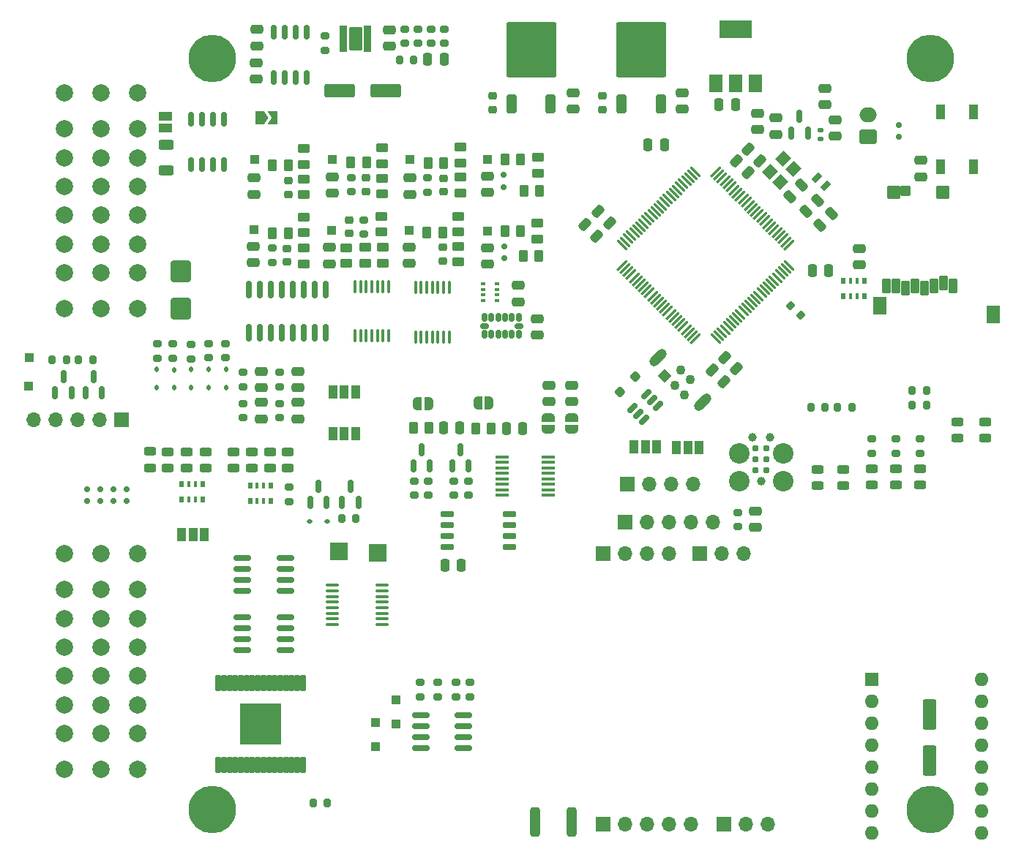
<source format=gbr>
%TF.GenerationSoftware,KiCad,Pcbnew,8.0.0~rc2*%
%TF.CreationDate,2024-03-12T18:06:46-03:00*%
%TF.ProjectId,hw_v1,68775f76-312e-46b6-9963-61645f706362,rev?*%
%TF.SameCoordinates,Original*%
%TF.FileFunction,Soldermask,Top*%
%TF.FilePolarity,Negative*%
%FSLAX46Y46*%
G04 Gerber Fmt 4.6, Leading zero omitted, Abs format (unit mm)*
G04 Created by KiCad (PCBNEW 8.0.0~rc2) date 2024-03-12 18:06:46*
%MOMM*%
%LPD*%
G01*
G04 APERTURE LIST*
G04 Aperture macros list*
%AMRoundRect*
0 Rectangle with rounded corners*
0 $1 Rounding radius*
0 $2 $3 $4 $5 $6 $7 $8 $9 X,Y pos of 4 corners*
0 Add a 4 corners polygon primitive as box body*
4,1,4,$2,$3,$4,$5,$6,$7,$8,$9,$2,$3,0*
0 Add four circle primitives for the rounded corners*
1,1,$1+$1,$2,$3*
1,1,$1+$1,$4,$5*
1,1,$1+$1,$6,$7*
1,1,$1+$1,$8,$9*
0 Add four rect primitives between the rounded corners*
20,1,$1+$1,$2,$3,$4,$5,0*
20,1,$1+$1,$4,$5,$6,$7,0*
20,1,$1+$1,$6,$7,$8,$9,0*
20,1,$1+$1,$8,$9,$2,$3,0*%
%AMHorizOval*
0 Thick line with rounded ends*
0 $1 width*
0 $2 $3 position (X,Y) of the first rounded end (center of the circle)*
0 $4 $5 position (X,Y) of the second rounded end (center of the circle)*
0 Add line between two ends*
20,1,$1,$2,$3,$4,$5,0*
0 Add two circle primitives to create the rounded ends*
1,1,$1,$2,$3*
1,1,$1,$4,$5*%
%AMRotRect*
0 Rectangle, with rotation*
0 The origin of the aperture is its center*
0 $1 length*
0 $2 width*
0 $3 Rotation angle, in degrees counterclockwise*
0 Add horizontal line*
21,1,$1,$2,0,0,$3*%
%AMFreePoly0*
4,1,19,0.000000,0.744911,0.071157,0.744911,0.207708,0.704816,0.327430,0.627875,0.420627,0.520320,0.479746,0.390866,0.500000,0.250000,0.500000,-0.250000,0.479746,-0.390866,0.420627,-0.520320,0.327430,-0.627875,0.207708,-0.704816,0.071157,-0.744911,0.000000,-0.744911,0.000000,-0.750000,-0.500000,-0.750000,-0.500000,0.750000,0.000000,0.750000,0.000000,0.744911,0.000000,0.744911,
$1*%
%AMFreePoly1*
4,1,19,0.500000,-0.750000,0.000000,-0.750000,0.000000,-0.744911,-0.071157,-0.744911,-0.207708,-0.704816,-0.327430,-0.627875,-0.420627,-0.520320,-0.479746,-0.390866,-0.500000,-0.250000,-0.500000,0.250000,-0.479746,0.390866,-0.420627,0.520320,-0.327430,0.627875,-0.207708,0.704816,-0.071157,0.744911,0.000000,0.744911,0.000000,0.750000,0.500000,0.750000,0.500000,-0.750000,0.500000,-0.750000,
$1*%
%AMFreePoly2*
4,1,6,0.500000,-0.750000,-0.650000,-0.750000,-0.150000,0.000000,-0.650000,0.750000,0.500000,0.750000,0.500000,-0.750000,0.500000,-0.750000,$1*%
%AMFreePoly3*
4,1,6,1.000000,0.000000,0.500000,-0.750000,-0.500000,-0.750000,-0.500000,0.750000,0.500000,0.750000,1.000000,0.000000,1.000000,0.000000,$1*%
G04 Aperture macros list end*
%ADD10RoundRect,0.102000X-0.650000X-1.250000X0.650000X-1.250000X0.650000X1.250000X-0.650000X1.250000X0*%
%ADD11RoundRect,0.022700X-0.389300X-0.204300X0.389300X-0.204300X0.389300X0.204300X-0.389300X0.204300X0*%
%ADD12RoundRect,0.250000X0.450000X-0.262500X0.450000X0.262500X-0.450000X0.262500X-0.450000X-0.262500X0*%
%ADD13RoundRect,0.250000X0.262500X0.450000X-0.262500X0.450000X-0.262500X-0.450000X0.262500X-0.450000X0*%
%ADD14RoundRect,0.200000X0.275000X-0.200000X0.275000X0.200000X-0.275000X0.200000X-0.275000X-0.200000X0*%
%ADD15RoundRect,0.200000X-0.275000X0.200000X-0.275000X-0.200000X0.275000X-0.200000X0.275000X0.200000X0*%
%ADD16RoundRect,0.200000X0.200000X0.275000X-0.200000X0.275000X-0.200000X-0.275000X0.200000X-0.275000X0*%
%ADD17RoundRect,0.150000X-0.200000X0.150000X-0.200000X-0.150000X0.200000X-0.150000X0.200000X0.150000X0*%
%ADD18RoundRect,0.243750X-0.456250X0.243750X-0.456250X-0.243750X0.456250X-0.243750X0.456250X0.243750X0*%
%ADD19RoundRect,0.250000X0.475000X-0.250000X0.475000X0.250000X-0.475000X0.250000X-0.475000X-0.250000X0*%
%ADD20RoundRect,0.150000X0.150000X-0.587500X0.150000X0.587500X-0.150000X0.587500X-0.150000X-0.587500X0*%
%ADD21RoundRect,0.225000X-0.250000X0.225000X-0.250000X-0.225000X0.250000X-0.225000X0.250000X0.225000X0*%
%ADD22R,1.600000X0.410000*%
%ADD23C,2.000000*%
%ADD24R,1.000000X1.500000*%
%ADD25RoundRect,0.250000X-0.475000X0.250000X-0.475000X-0.250000X0.475000X-0.250000X0.475000X0.250000X0*%
%ADD26RoundRect,0.150000X0.825000X0.150000X-0.825000X0.150000X-0.825000X-0.150000X0.825000X-0.150000X0*%
%ADD27R,2.000000X2.000000*%
%ADD28RotRect,1.400000X1.200000X45.000000*%
%ADD29RoundRect,0.100000X0.100000X-0.637500X0.100000X0.637500X-0.100000X0.637500X-0.100000X-0.637500X0*%
%ADD30O,1.600000X1.600000*%
%ADD31R,1.600000X1.600000*%
%ADD32R,1.000000X1.000000*%
%ADD33RoundRect,0.112500X-0.112500X0.187500X-0.112500X-0.187500X0.112500X-0.187500X0.112500X0.187500X0*%
%ADD34RoundRect,0.250000X0.512652X0.159099X0.159099X0.512652X-0.512652X-0.159099X-0.159099X-0.512652X0*%
%ADD35RoundRect,0.250000X-0.512652X-0.159099X-0.159099X-0.512652X0.512652X0.159099X0.159099X0.512652X0*%
%ADD36O,1.700000X1.700000*%
%ADD37R,1.700000X1.700000*%
%ADD38FreePoly0,90.000000*%
%ADD39FreePoly1,90.000000*%
%ADD40RoundRect,0.225000X0.250000X-0.225000X0.250000X0.225000X-0.250000X0.225000X-0.250000X-0.225000X0*%
%ADD41RoundRect,0.250000X-0.450000X0.262500X-0.450000X-0.262500X0.450000X-0.262500X0.450000X0.262500X0*%
%ADD42RoundRect,0.250000X-0.312500X-1.450000X0.312500X-1.450000X0.312500X1.450000X-0.312500X1.450000X0*%
%ADD43RoundRect,0.250000X0.000000X-0.353553X0.353553X0.000000X0.000000X0.353553X-0.353553X0.000000X0*%
%ADD44R,0.500000X0.800000*%
%ADD45R,0.400000X0.800000*%
%ADD46RoundRect,0.250000X0.250000X0.475000X-0.250000X0.475000X-0.250000X-0.475000X0.250000X-0.475000X0*%
%ADD47RoundRect,0.150000X0.256326X0.468458X-0.468458X-0.256326X-0.256326X-0.468458X0.468458X0.256326X0*%
%ADD48RoundRect,0.250000X-0.250000X-0.475000X0.250000X-0.475000X0.250000X0.475000X-0.250000X0.475000X0*%
%ADD49RoundRect,0.140000X-0.170000X0.140000X-0.170000X-0.140000X0.170000X-0.140000X0.170000X0.140000X0*%
%ADD50RoundRect,0.200000X-0.200000X-0.275000X0.200000X-0.275000X0.200000X0.275000X-0.200000X0.275000X0*%
%ADD51C,5.500000*%
%ADD52RotRect,0.600000X1.100000X315.000000*%
%ADD53RoundRect,0.150000X0.150000X-0.675000X0.150000X0.675000X-0.150000X0.675000X-0.150000X-0.675000X0*%
%ADD54FreePoly0,180.000000*%
%ADD55FreePoly1,180.000000*%
%ADD56RoundRect,0.200000X-0.335876X-0.053033X-0.053033X-0.335876X0.335876X0.053033X0.053033X0.335876X0*%
%ADD57RoundRect,0.150000X0.650000X0.150000X-0.650000X0.150000X-0.650000X-0.150000X0.650000X-0.150000X0*%
%ADD58RoundRect,0.112500X-0.187500X-0.112500X0.187500X-0.112500X0.187500X0.112500X-0.187500X0.112500X0*%
%ADD59RoundRect,0.250000X0.159099X-0.512652X0.512652X-0.159099X-0.159099X0.512652X-0.512652X0.159099X0*%
%ADD60RoundRect,0.250000X-1.500000X-0.550000X1.500000X-0.550000X1.500000X0.550000X-1.500000X0.550000X0*%
%ADD61C,0.787400*%
%ADD62C,0.990600*%
%ADD63C,2.374900*%
%ADD64HorizOval,1.100000X-0.459619X-0.459619X0.459619X0.459619X0*%
%ADD65C,1.100000*%
%ADD66RotRect,1.100000X1.100000X315.000000*%
%ADD67RoundRect,0.250000X-0.262500X-0.450000X0.262500X-0.450000X0.262500X0.450000X-0.262500X0.450000X0*%
%ADD68RoundRect,0.102000X2.300000X-2.300000X2.300000X2.300000X-2.300000X2.300000X-2.300000X-2.300000X0*%
%ADD69RoundRect,0.102000X0.240000X-0.800000X0.240000X0.800000X-0.240000X0.800000X-0.240000X-0.800000X0*%
%ADD70RoundRect,0.250000X0.900000X-1.000000X0.900000X1.000000X-0.900000X1.000000X-0.900000X-1.000000X0*%
%ADD71RoundRect,0.250000X0.350000X-0.850000X0.350000X0.850000X-0.350000X0.850000X-0.350000X-0.850000X0*%
%ADD72RoundRect,0.249997X2.650003X-2.950003X2.650003X2.950003X-2.650003X2.950003X-2.650003X-2.950003X0*%
%ADD73R,1.000000X1.700000*%
%ADD74RoundRect,0.075000X-0.459619X0.565685X-0.565685X0.459619X0.459619X-0.565685X0.565685X-0.459619X0*%
%ADD75RoundRect,0.075000X0.459619X0.565685X-0.565685X-0.459619X-0.459619X-0.565685X0.565685X0.459619X0*%
%ADD76FreePoly2,0.000000*%
%ADD77FreePoly3,0.000000*%
%ADD78RoundRect,0.250000X-0.300000X0.300000X-0.300000X-0.300000X0.300000X-0.300000X0.300000X0.300000X0*%
%ADD79RoundRect,0.150000X0.325000X-0.150000X0.325000X0.150000X-0.325000X0.150000X-0.325000X-0.150000X0*%
%ADD80RoundRect,0.150000X0.150000X-0.325000X0.150000X0.325000X-0.150000X0.325000X-0.150000X-0.325000X0*%
%ADD81RoundRect,0.100000X0.637500X0.100000X-0.637500X0.100000X-0.637500X-0.100000X0.637500X-0.100000X0*%
%ADD82R,1.500000X2.000000*%
%ADD83R,3.800000X2.000000*%
%ADD84O,2.000000X1.700000*%
%ADD85RoundRect,0.250000X0.750000X-0.600000X0.750000X0.600000X-0.750000X0.600000X-0.750000X-0.600000X0*%
%ADD86RoundRect,0.076200X-0.475000X0.500000X-0.475000X-0.500000X0.475000X-0.500000X0.475000X0.500000X0*%
%ADD87RoundRect,0.076200X0.700000X-0.950000X0.700000X0.950000X-0.700000X0.950000X-0.700000X-0.950000X0*%
%ADD88RoundRect,0.076200X0.650000X0.700000X-0.650000X0.700000X-0.650000X-0.700000X0.650000X-0.700000X0*%
%ADD89RoundRect,0.076200X0.400000X-0.750000X0.400000X0.750000X-0.400000X0.750000X-0.400000X-0.750000X0*%
%ADD90RoundRect,0.150000X-0.150000X0.850000X-0.150000X-0.850000X0.150000X-0.850000X0.150000X0.850000X0*%
%ADD91RoundRect,0.250000X0.550000X-1.500000X0.550000X1.500000X-0.550000X1.500000X-0.550000X-1.500000X0*%
%ADD92RoundRect,0.150000X0.200000X-0.150000X0.200000X0.150000X-0.200000X0.150000X-0.200000X-0.150000X0*%
%ADD93RoundRect,0.250000X-0.625000X0.312500X-0.625000X-0.312500X0.625000X-0.312500X0.625000X0.312500X0*%
%ADD94R,1.500000X1.000000*%
%ADD95R,0.500000X0.350000*%
%ADD96RoundRect,0.150000X-0.150000X0.675000X-0.150000X-0.675000X0.150000X-0.675000X0.150000X0.675000X0*%
G04 APERTURE END LIST*
D10*
%TO.C,U12*%
X91116800Y-56544400D03*
D11*
X92506800Y-55294400D03*
X92506800Y-55794400D03*
X92506800Y-56294400D03*
X92506800Y-56794400D03*
X92506800Y-57294400D03*
X92506800Y-57794400D03*
X89726800Y-57794400D03*
X89726800Y-57294400D03*
X89726800Y-56794400D03*
X89726800Y-56294400D03*
X89726800Y-55794400D03*
X89726800Y-55294400D03*
%TD*%
D12*
%TO.C,R30*%
X92225000Y-80687500D03*
X92225000Y-82512500D03*
%TD*%
D13*
%TO.C,R29*%
X81486300Y-79111600D03*
X83311300Y-79111600D03*
%TD*%
%TO.C,R28*%
X99362500Y-78968050D03*
X101187500Y-78968050D03*
%TD*%
%TO.C,R20*%
X90537500Y-70875000D03*
X92362500Y-70875000D03*
%TD*%
%TO.C,R19*%
X81509500Y-71198250D03*
X83334500Y-71198250D03*
%TD*%
%TO.C,R18*%
X99487500Y-70950000D03*
X101312500Y-70950000D03*
%TD*%
D14*
%TO.C,R5*%
X78100000Y-98775000D03*
X78100000Y-100425000D03*
%TD*%
D15*
%TO.C,R4*%
X82300000Y-96825000D03*
X82300000Y-95175000D03*
%TD*%
D14*
%TO.C,R3*%
X82300000Y-98775000D03*
X82300000Y-100425000D03*
%TD*%
D15*
%TO.C,R2*%
X78100000Y-96825000D03*
X78100000Y-95175000D03*
%TD*%
D16*
%TO.C,R1*%
X86175000Y-145000000D03*
X87825000Y-145000000D03*
%TD*%
D17*
%TO.C,D11*%
X60025000Y-108675000D03*
X60025000Y-110075000D03*
%TD*%
%TO.C,D8*%
X61575000Y-108675000D03*
X61575000Y-110075000D03*
%TD*%
%TO.C,D6*%
X63125000Y-108675000D03*
X63125000Y-110075000D03*
%TD*%
%TO.C,D3*%
X64650000Y-108675000D03*
X64650000Y-110075000D03*
%TD*%
D12*
%TO.C,R40*%
X94100000Y-77087500D03*
X94100000Y-78912500D03*
%TD*%
D18*
%TO.C,D26*%
X156405075Y-108189748D03*
X156405075Y-106314746D03*
%TD*%
D14*
%TO.C,R9*%
X102500000Y-107775000D03*
X102500000Y-109425000D03*
%TD*%
D19*
%TO.C,C34*%
X146575000Y-65950001D03*
X146575000Y-67849999D03*
%TD*%
%TO.C,C4*%
X84400000Y-95050001D03*
X84400000Y-96949999D03*
%TD*%
D20*
%TO.C,Q5*%
X90500000Y-108362499D03*
X91450000Y-110237500D03*
X89550000Y-110237500D03*
%TD*%
D21*
%TO.C,C17*%
X83325000Y-74550000D03*
X83325000Y-73000000D03*
%TD*%
D18*
%TO.C,D23*%
X163920000Y-102764674D03*
X163920000Y-100889672D03*
%TD*%
D22*
%TO.C,U4*%
X113354300Y-104977500D03*
X113354301Y-105612500D03*
X113354300Y-106247500D03*
X113354300Y-106882500D03*
X113354300Y-107517500D03*
X113354300Y-108152500D03*
X113354301Y-108787500D03*
X113354300Y-109422500D03*
X108045700Y-109422500D03*
X108045699Y-108787500D03*
X108045700Y-108152500D03*
X108045700Y-107517500D03*
X108045700Y-106882500D03*
X108045700Y-106247500D03*
X108045699Y-105612500D03*
X108045700Y-104977500D03*
%TD*%
D14*
%TO.C,R61*%
X74109320Y-91852500D03*
X74109320Y-93502500D03*
%TD*%
D23*
%TO.C,J13*%
X57467600Y-62836000D03*
X57467600Y-66986000D03*
X57467600Y-70316000D03*
X57467600Y-73646000D03*
X57467600Y-76976000D03*
X57467600Y-80306000D03*
X57467600Y-83636000D03*
X57467600Y-87786000D03*
X61667600Y-62836000D03*
X61667600Y-66986000D03*
X61667600Y-70316000D03*
X61667600Y-73646000D03*
X61667600Y-76976000D03*
X61667600Y-80306000D03*
X61667600Y-83636000D03*
X61667600Y-87786000D03*
X65867600Y-62836000D03*
X65867600Y-66986000D03*
X65867600Y-70316000D03*
X65867600Y-73646000D03*
X65867600Y-76976000D03*
X65867600Y-80306000D03*
X65867600Y-83636000D03*
X65867600Y-87786000D03*
%TD*%
D24*
%TO.C,JP13*%
X73600000Y-113957500D03*
X72300000Y-113957500D03*
X71000000Y-113957500D03*
%TD*%
D25*
%TO.C,C25*%
X137340000Y-113149999D03*
X137340000Y-111250001D03*
%TD*%
D19*
%TO.C,C3*%
X80200000Y-98650001D03*
X80200000Y-100549999D03*
%TD*%
D26*
%TO.C,U3*%
X78025000Y-120505000D03*
X78025000Y-119235000D03*
X78025000Y-117965000D03*
X78025000Y-116695000D03*
X82975000Y-116695000D03*
X82975000Y-117965000D03*
X82975000Y-119235000D03*
X82975000Y-120505000D03*
%TD*%
D14*
%TO.C,R54*%
X83400000Y-108475000D03*
X83400000Y-110125000D03*
%TD*%
D27*
%TO.C,J11*%
X89150000Y-115925000D03*
%TD*%
D19*
%TO.C,C22*%
X79300000Y-80600000D03*
X79300000Y-82500000D03*
%TD*%
D28*
%TO.C,Y2*%
X139021142Y-71976777D03*
X140576777Y-70421142D03*
X141778858Y-71623223D03*
X140223223Y-73178858D03*
%TD*%
D26*
%TO.C,U2*%
X78025000Y-127305000D03*
X78025000Y-126035000D03*
X78025000Y-124765000D03*
X78025000Y-123495000D03*
X82975000Y-123495000D03*
X82975000Y-124765000D03*
X82975000Y-126035000D03*
X82975000Y-127305000D03*
%TD*%
D12*
%TO.C,R41*%
X94200000Y-69187500D03*
X94200000Y-71012500D03*
%TD*%
D21*
%TO.C,C18*%
X92350000Y-74225000D03*
X92350000Y-72675000D03*
%TD*%
%TO.C,C24*%
X101200000Y-82275000D03*
X101200000Y-80725000D03*
%TD*%
D12*
%TO.C,R33*%
X85100000Y-80787500D03*
X85100000Y-82612500D03*
%TD*%
D19*
%TO.C,C53*%
X79654400Y-55488801D03*
X79654400Y-57388799D03*
%TD*%
D29*
%TO.C,U7*%
X98050000Y-85337500D03*
X98700000Y-85337500D03*
X99350000Y-85337500D03*
X100000000Y-85337500D03*
X100650000Y-85337500D03*
X101300000Y-85337500D03*
X101950000Y-85337500D03*
X101950000Y-91062500D03*
X101300000Y-91062500D03*
X100650000Y-91062500D03*
X100000000Y-91062500D03*
X99350000Y-91062500D03*
X98700000Y-91062500D03*
X98050000Y-91062500D03*
%TD*%
D30*
%TO.C,A1*%
X163505600Y-130683000D03*
X163505600Y-133223000D03*
X163505600Y-135763000D03*
X163505600Y-138303000D03*
X163505600Y-140843000D03*
X163505600Y-143383000D03*
X163505600Y-145923000D03*
X163505600Y-148463000D03*
X150805600Y-148463000D03*
X150805600Y-145923000D03*
X150805600Y-143383000D03*
X150805600Y-140843000D03*
X150805600Y-138303000D03*
X150805600Y-135763000D03*
X150805600Y-133223000D03*
D31*
X150805600Y-130683000D03*
%TD*%
D14*
%TO.C,R59*%
X70000000Y-91875000D03*
X70000000Y-93525000D03*
%TD*%
D19*
%TO.C,C1*%
X84400000Y-98650001D03*
X84400000Y-100549999D03*
%TD*%
D32*
%TO.C,TP17*%
X106400000Y-78800000D03*
%TD*%
D33*
%TO.C,D32*%
X70090680Y-96972500D03*
X70090680Y-94872500D03*
%TD*%
D34*
%TO.C,C39*%
X117628249Y-78028249D03*
X118971751Y-79371751D03*
%TD*%
D35*
%TO.C,C33*%
X135171751Y-94771751D03*
X133828249Y-93428249D03*
%TD*%
D36*
%TO.C,J2*%
X129885000Y-147500000D03*
X127345000Y-147500000D03*
X124804999Y-147500000D03*
X122265000Y-147500000D03*
D37*
X119725000Y-147500000D03*
%TD*%
D14*
%TO.C,R43*%
X153600000Y-102875000D03*
X153600000Y-104525000D03*
%TD*%
D38*
%TO.C,JP12*%
X116100000Y-100450001D03*
D39*
X116100000Y-101749999D03*
%TD*%
D40*
%TO.C,C48*%
X119690800Y-63180000D03*
X119690800Y-64730000D03*
%TD*%
D25*
%TO.C,C19*%
X106400000Y-82649999D03*
X106400000Y-80750001D03*
%TD*%
D41*
%TO.C,R46*%
X85150000Y-74612500D03*
X85150000Y-72787500D03*
%TD*%
D17*
%TO.C,D16*%
X108300000Y-80584090D03*
X108300000Y-81984090D03*
%TD*%
D14*
%TO.C,R10*%
X99500000Y-107775000D03*
X99500000Y-109425000D03*
%TD*%
D42*
%TO.C,F1*%
X116137500Y-147200000D03*
X111862500Y-147200000D03*
%TD*%
D41*
%TO.C,R36*%
X94200000Y-74512500D03*
X94200000Y-72687500D03*
%TD*%
D19*
%TO.C,C44*%
X139700000Y-65725000D03*
X139700000Y-67625000D03*
%TD*%
D36*
%TO.C,J14*%
X130140001Y-108100000D03*
X127600000Y-108100000D03*
X125060001Y-108100000D03*
D37*
X122520001Y-108100000D03*
%TD*%
D43*
%TO.C,D19*%
X123477293Y-95700207D03*
X121709527Y-97467973D03*
%TD*%
D19*
%TO.C,C13*%
X88437800Y-72551600D03*
X88437800Y-74451600D03*
%TD*%
D44*
%TO.C,RN1*%
X73400000Y-109900000D03*
D45*
X72600000Y-109900000D03*
X71800000Y-109900000D03*
D44*
X71000000Y-109900000D03*
X71000000Y-108100000D03*
D45*
X71800000Y-108100000D03*
X72600000Y-108100000D03*
D44*
X73400000Y-108100000D03*
%TD*%
D46*
%TO.C,C9*%
X133150001Y-64200000D03*
X135049999Y-64200000D03*
%TD*%
D19*
%TO.C,C50*%
X109950000Y-85100001D03*
X109950000Y-86999999D03*
%TD*%
D33*
%TO.C,D34*%
X74100000Y-96950000D03*
X74100000Y-94850000D03*
%TD*%
D47*
%TO.C,U17*%
X124467417Y-100676085D03*
X123795666Y-100004334D03*
X123123915Y-99332583D03*
X124732583Y-97723915D03*
X125404334Y-98395666D03*
X126076085Y-99067417D03*
%TD*%
D18*
%TO.C,D2*%
X83280000Y-106237501D03*
X83280000Y-104362499D03*
%TD*%
D32*
%TO.C,TP10*%
X79400000Y-70500000D03*
%TD*%
D18*
%TO.C,D12*%
X67305000Y-106217500D03*
X67305000Y-104342498D03*
%TD*%
D15*
%TO.C,R14*%
X99450000Y-74325000D03*
X99450000Y-72675000D03*
%TD*%
D48*
%TO.C,C6*%
X110449999Y-101700000D03*
X108550001Y-101700000D03*
%TD*%
D20*
%TO.C,Q6*%
X86800000Y-108362499D03*
X87750000Y-110237500D03*
X85850000Y-110237500D03*
%TD*%
D14*
%TO.C,R64*%
X99872800Y-55449200D03*
X99872800Y-57099200D03*
%TD*%
D19*
%TO.C,C45*%
X145400000Y-62275000D03*
X145400000Y-64175000D03*
%TD*%
D49*
%TO.C,C46*%
X144925000Y-68130000D03*
X144925000Y-67170000D03*
%TD*%
D50*
%TO.C,R69*%
X60705000Y-93720000D03*
X59055000Y-93720000D03*
%TD*%
D19*
%TO.C,C21*%
X97322000Y-80685051D03*
X97322000Y-82585049D03*
%TD*%
D51*
%TO.C,REF\u002A\u002A*%
X74573600Y-58801000D03*
%TD*%
D34*
%TO.C,C42*%
X135128249Y-70728249D03*
X136471751Y-72071751D03*
%TD*%
D18*
%TO.C,D22*%
X160727174Y-102764674D03*
X160727174Y-100889672D03*
%TD*%
D13*
%TO.C,R23*%
X110587500Y-74200000D03*
X112412500Y-74200000D03*
%TD*%
D18*
%TO.C,D9*%
X69405000Y-106237500D03*
X69405000Y-104362498D03*
%TD*%
D14*
%TO.C,R44*%
X156400000Y-102875000D03*
X156400000Y-104525000D03*
%TD*%
D48*
%TO.C,C37*%
X103349999Y-117500000D03*
X101450001Y-117500000D03*
%TD*%
D52*
%TO.C,Y1*%
X145494975Y-73594975D03*
X144505025Y-72605025D03*
%TD*%
D16*
%TO.C,R37*%
X155475000Y-99010000D03*
X157125000Y-99010000D03*
%TD*%
D15*
%TO.C,R25*%
X81450000Y-82450000D03*
X81450000Y-80800000D03*
%TD*%
D20*
%TO.C,Q4*%
X60820000Y-95642499D03*
X61770000Y-97517500D03*
X59870000Y-97517500D03*
%TD*%
D53*
%TO.C,Q3*%
X81661000Y-55795000D03*
X82931000Y-55795000D03*
X84201000Y-55795000D03*
X85471000Y-55795000D03*
X85471000Y-61045000D03*
X84201000Y-61045000D03*
X82931000Y-61045000D03*
X81661000Y-61045000D03*
%TD*%
D18*
%TO.C,D20*%
X144525075Y-108289748D03*
X144525075Y-106414746D03*
%TD*%
D54*
%TO.C,JP4*%
X105250001Y-98700000D03*
D55*
X106549999Y-98700000D03*
%TD*%
D56*
%TO.C,R27*%
X142583363Y-88583363D03*
X141416637Y-87416637D03*
%TD*%
D12*
%TO.C,R45*%
X103200000Y-72587500D03*
X103200000Y-74412500D03*
%TD*%
D18*
%TO.C,D7*%
X79080000Y-106237501D03*
X79080000Y-104362499D03*
%TD*%
D44*
%TO.C,RN3*%
X147530000Y-84580000D03*
D45*
X148330000Y-84580000D03*
X149130000Y-84580000D03*
D44*
X149930000Y-84580000D03*
X149930000Y-86380000D03*
D45*
X149130000Y-86380000D03*
X148330000Y-86380000D03*
D44*
X147530000Y-86380000D03*
%TD*%
D57*
%TO.C,U15*%
X101700000Y-115405000D03*
X101700000Y-114135000D03*
X101700000Y-112865000D03*
X101700000Y-111595000D03*
X108900000Y-111595000D03*
X108900000Y-112865000D03*
X108900000Y-114135000D03*
X108900000Y-115405000D03*
%TD*%
D58*
%TO.C,D28*%
X87850000Y-112400000D03*
X85750000Y-112400000D03*
%TD*%
D59*
%TO.C,C40*%
X144571751Y-75228249D03*
X143228249Y-76571751D03*
%TD*%
D32*
%TO.C,TP20*%
X53300000Y-96800000D03*
%TD*%
D33*
%TO.C,D33*%
X72100000Y-96950000D03*
X72100000Y-94850000D03*
%TD*%
D60*
%TO.C,C55*%
X94636830Y-62564110D03*
X89236830Y-62564110D03*
%TD*%
D54*
%TO.C,JP3*%
X98280001Y-98800000D03*
D55*
X99579999Y-98800000D03*
%TD*%
D12*
%TO.C,R24*%
X112100000Y-77887500D03*
X112100000Y-79712500D03*
%TD*%
D61*
%TO.C,J9*%
X137365000Y-103930000D03*
X138635000Y-103930000D03*
X137365000Y-105200000D03*
X138635000Y-105200000D03*
X137365000Y-106470000D03*
X138635000Y-106470000D03*
D62*
X139016000Y-102660000D03*
X136984000Y-102660000D03*
D63*
X140540000Y-104565000D03*
X135460000Y-104565000D03*
X140540000Y-107740000D03*
D62*
X138000000Y-107740000D03*
D63*
X135460000Y-107740000D03*
%TD*%
D14*
%TO.C,R56*%
X98550000Y-131085000D03*
X98550000Y-132735000D03*
%TD*%
D21*
%TO.C,C27*%
X83200000Y-82400000D03*
X83200000Y-80850000D03*
%TD*%
D36*
%TO.C,J4*%
X132420000Y-112530000D03*
X129880000Y-112530000D03*
X127339999Y-112530000D03*
X124800000Y-112530000D03*
D37*
X122260000Y-112530000D03*
%TD*%
D34*
%TO.C,C26*%
X119128249Y-76528249D03*
X120471751Y-77871751D03*
%TD*%
D19*
%TO.C,C49*%
X128872600Y-62817002D03*
X128872600Y-64717000D03*
%TD*%
D20*
%TO.C,Q1*%
X98759999Y-104112499D03*
X99709999Y-105987500D03*
X97809999Y-105987500D03*
%TD*%
D35*
%TO.C,C29*%
X133671751Y-96271751D03*
X132328249Y-94928249D03*
%TD*%
D25*
%TO.C,C20*%
X106400000Y-74349999D03*
X106400000Y-72450001D03*
%TD*%
D59*
%TO.C,C36*%
X146171751Y-76828249D03*
X144828249Y-78171751D03*
%TD*%
D32*
%TO.C,TP14*%
X79350800Y-78654400D03*
%TD*%
D12*
%TO.C,R52*%
X103000000Y-77087500D03*
X103000000Y-78912500D03*
%TD*%
D19*
%TO.C,C14*%
X116281200Y-62822601D03*
X116281200Y-64722599D03*
%TD*%
D15*
%TO.C,R55*%
X104360000Y-132725000D03*
X104360000Y-131075000D03*
%TD*%
D14*
%TO.C,R58*%
X102700000Y-131075000D03*
X102700000Y-132725000D03*
%TD*%
D18*
%TO.C,D24*%
X150805075Y-108189748D03*
X150805075Y-106314746D03*
%TD*%
D19*
%TO.C,C35*%
X149400000Y-80850001D03*
X149400000Y-82749999D03*
%TD*%
%TO.C,C32*%
X137600000Y-65175001D03*
X137600000Y-67074999D03*
%TD*%
D18*
%TO.C,D1*%
X73805000Y-106237500D03*
X73805000Y-104362498D03*
%TD*%
D15*
%TO.C,R57*%
X100600000Y-132725000D03*
X100600000Y-131075000D03*
%TD*%
D19*
%TO.C,C11*%
X97400000Y-72650001D03*
X97400000Y-74549999D03*
%TD*%
D18*
%TO.C,D21*%
X147505075Y-108289748D03*
X147505075Y-106414746D03*
%TD*%
D51*
%TO.C,REF\u002A\u002A*%
X157631600Y-145821000D03*
%TD*%
D14*
%TO.C,R48*%
X76093410Y-91859090D03*
X76093410Y-93509090D03*
%TD*%
D51*
%TO.C,REF\u002A\u002A*%
X157631600Y-58821000D03*
%TD*%
D14*
%TO.C,R42*%
X150800000Y-102875000D03*
X150800000Y-104525000D03*
%TD*%
D36*
%TO.C,J3*%
X53840000Y-100700000D03*
X56380000Y-100700000D03*
X58920001Y-100700000D03*
X61460000Y-100700000D03*
D37*
X64000000Y-100700000D03*
%TD*%
D64*
%TO.C,J8*%
X131226650Y-98645583D03*
X126064771Y-93483704D03*
D65*
X129158363Y-97814733D03*
X129830114Y-96011610D03*
X128026992Y-96683362D03*
X128698743Y-94880240D03*
D66*
X126895621Y-95551991D03*
%TD*%
D18*
%TO.C,D4*%
X71580000Y-106237501D03*
X71580000Y-104362499D03*
%TD*%
D24*
%TO.C,JP1*%
X91100000Y-97457500D03*
X89800000Y-97457500D03*
X88500000Y-97457500D03*
%TD*%
D18*
%TO.C,D25*%
X153650075Y-108189748D03*
X153650075Y-106314746D03*
%TD*%
D67*
%TO.C,R13*%
X110212500Y-70500000D03*
X108387500Y-70500000D03*
%TD*%
D36*
%TO.C,J15*%
X138779999Y-147500000D03*
X136240000Y-147500000D03*
D37*
X133700000Y-147500000D03*
%TD*%
D25*
%TO.C,C2*%
X80200000Y-96949999D03*
X80200000Y-95050001D03*
%TD*%
D26*
%TO.C,U18*%
X98640910Y-138698410D03*
X98640910Y-137428410D03*
X98640910Y-136158410D03*
X98640910Y-134888410D03*
X103590910Y-134888410D03*
X103590910Y-136158410D03*
X103590910Y-137428410D03*
X103590910Y-138698410D03*
%TD*%
D14*
%TO.C,R11*%
X104200000Y-107775000D03*
X104200000Y-109425000D03*
%TD*%
D32*
%TO.C,TP15*%
X88369000Y-78696750D03*
%TD*%
D14*
%TO.C,R60*%
X72109320Y-91952500D03*
X72109320Y-93602500D03*
%TD*%
D18*
%TO.C,D10*%
X76979999Y-106237501D03*
X76979999Y-104362499D03*
%TD*%
D32*
%TO.C,TP9*%
X97400000Y-70500000D03*
%TD*%
D19*
%TO.C,C51*%
X79603600Y-59334400D03*
X79603600Y-61234398D03*
%TD*%
D33*
%TO.C,D31*%
X68084090Y-96956590D03*
X68084090Y-94856590D03*
%TD*%
D16*
%TO.C,R67*%
X96203000Y-59029600D03*
X97853000Y-59029600D03*
%TD*%
D68*
%TO.C,U1*%
X80119203Y-135909203D03*
D69*
X75244203Y-131154203D03*
X75894203Y-131154203D03*
X76544203Y-131154203D03*
X77194203Y-131154203D03*
X77844203Y-131154203D03*
X78494203Y-131154203D03*
X79144203Y-131154203D03*
X79794203Y-131154203D03*
X80444203Y-131154203D03*
X81094203Y-131154203D03*
X81744203Y-131154203D03*
X82394203Y-131154203D03*
X83044203Y-131154203D03*
X83694203Y-131154203D03*
X84344203Y-131154203D03*
X84994203Y-131154203D03*
X84994203Y-140664203D03*
X84344203Y-140664203D03*
X83694203Y-140664203D03*
X83044203Y-140664203D03*
X82394203Y-140664203D03*
X81744203Y-140664203D03*
X81094203Y-140664203D03*
X80444203Y-140664203D03*
X79794203Y-140664203D03*
X79144203Y-140664203D03*
X78494203Y-140664203D03*
X77844203Y-140664203D03*
X77194203Y-140664203D03*
X76544203Y-140664203D03*
X75894203Y-140664203D03*
X75244203Y-140664203D03*
%TD*%
D46*
%TO.C,C54*%
X99430801Y-58928000D03*
X101330799Y-58928000D03*
%TD*%
D18*
%TO.C,D5*%
X81200000Y-106237501D03*
X81200000Y-104362499D03*
%TD*%
D32*
%TO.C,TP11*%
X88400000Y-70500000D03*
%TD*%
D12*
%TO.C,R51*%
X85150000Y-69287500D03*
X85150000Y-71112500D03*
%TD*%
D16*
%TO.C,R38*%
X155475000Y-97300000D03*
X157125000Y-97300000D03*
%TD*%
D14*
%TO.C,R66*%
X87528400Y-56235600D03*
X87528400Y-57885600D03*
%TD*%
D40*
%TO.C,C28*%
X90401000Y-77566150D03*
X90401000Y-79116150D03*
%TD*%
D32*
%TO.C,TP16*%
X97322000Y-78714050D03*
%TD*%
D12*
%TO.C,R17*%
X112200000Y-70287500D03*
X112200000Y-72112500D03*
%TD*%
D16*
%TO.C,R53*%
X89475000Y-112100000D03*
X91125000Y-112100000D03*
%TD*%
D17*
%TO.C,D17*%
X108200000Y-72300000D03*
X108200000Y-73700000D03*
%TD*%
D15*
%TO.C,R15*%
X90625000Y-74250000D03*
X90625000Y-72600000D03*
%TD*%
D41*
%TO.C,R35*%
X94250000Y-82512500D03*
X94250000Y-80687500D03*
%TD*%
D70*
%TO.C,D35*%
X70859410Y-83482889D03*
X70859410Y-87782891D03*
%TD*%
D44*
%TO.C,RN2*%
X81300000Y-110100000D03*
D45*
X80500000Y-110100000D03*
X79700000Y-110100000D03*
D44*
X78900000Y-110100000D03*
X78900000Y-108300000D03*
D45*
X79700000Y-108300000D03*
X80500000Y-108300000D03*
D44*
X81300000Y-108300000D03*
%TD*%
D25*
%TO.C,C7*%
X113500000Y-98549999D03*
X113500000Y-96650001D03*
%TD*%
D38*
%TO.C,JP11*%
X113400000Y-100450001D03*
D39*
X113400000Y-101749999D03*
%TD*%
D33*
%TO.C,D27*%
X76100000Y-96950000D03*
X76100000Y-94850000D03*
%TD*%
D32*
%TO.C,TP18*%
X106400000Y-70500000D03*
%TD*%
D27*
%TO.C,J10*%
X93700000Y-116100000D03*
%TD*%
D20*
%TO.C,Q7*%
X57320000Y-95642499D03*
X58270000Y-97517500D03*
X56370000Y-97517500D03*
%TD*%
D19*
%TO.C,C12*%
X79374000Y-72661250D03*
X79374000Y-74561250D03*
%TD*%
D71*
%TO.C,U19*%
X126429200Y-64109600D03*
D72*
X124149200Y-57809599D03*
D71*
X121869200Y-64109600D03*
%TD*%
D46*
%TO.C,C38*%
X124950001Y-68800000D03*
X126849999Y-68800000D03*
%TD*%
D14*
%TO.C,R6*%
X97900000Y-107775000D03*
X97900000Y-109425000D03*
%TD*%
D19*
%TO.C,C47*%
X112100000Y-88950001D03*
X112100000Y-90849999D03*
%TD*%
D73*
%TO.C,SW2*%
X162600000Y-65050001D03*
X162600000Y-71349999D03*
X158800000Y-65050001D03*
X158800000Y-71349999D03*
%TD*%
D13*
%TO.C,R12*%
X108387500Y-78800000D03*
X110212500Y-78800000D03*
%TD*%
D19*
%TO.C,C30*%
X156500000Y-70650001D03*
X156500000Y-72549999D03*
%TD*%
D41*
%TO.C,R21*%
X90050000Y-82555650D03*
X90050000Y-80730650D03*
%TD*%
D19*
%TO.C,C23*%
X88100000Y-80693150D03*
X88100000Y-82593150D03*
%TD*%
D41*
%TO.C,R47*%
X103000000Y-82412500D03*
X103000000Y-80587500D03*
%TD*%
D25*
%TO.C,C52*%
X94996000Y-57439599D03*
X94996000Y-55539601D03*
%TD*%
D74*
%TO.C,U13*%
X141269685Y-82784404D03*
X140916132Y-83137957D03*
X140562578Y-83491511D03*
X140209025Y-83845064D03*
X139855472Y-84198617D03*
X139501918Y-84552171D03*
X139148365Y-84905724D03*
X138794811Y-85259278D03*
X138441258Y-85612831D03*
X138087705Y-85966384D03*
X137734151Y-86319938D03*
X137380598Y-86673491D03*
X137027045Y-87027045D03*
X136673491Y-87380598D03*
X136319938Y-87734151D03*
X135966384Y-88087705D03*
X135612831Y-88441258D03*
X135259278Y-88794811D03*
X134905724Y-89148365D03*
X134552171Y-89501918D03*
X134198617Y-89855472D03*
X133845064Y-90209025D03*
X133491511Y-90562578D03*
X133137957Y-90916132D03*
X132784404Y-91269685D03*
D75*
X130415596Y-91269685D03*
X130062043Y-90916132D03*
X129708489Y-90562578D03*
X129354936Y-90209025D03*
X129001383Y-89855472D03*
X128647829Y-89501918D03*
X128294276Y-89148365D03*
X127940722Y-88794811D03*
X127587169Y-88441258D03*
X127233616Y-88087705D03*
X126880062Y-87734151D03*
X126526509Y-87380598D03*
X126172955Y-87027045D03*
X125819402Y-86673491D03*
X125465849Y-86319938D03*
X125112295Y-85966384D03*
X124758742Y-85612831D03*
X124405189Y-85259278D03*
X124051635Y-84905724D03*
X123698082Y-84552171D03*
X123344528Y-84198617D03*
X122990975Y-83845064D03*
X122637422Y-83491511D03*
X122283868Y-83137957D03*
X121930315Y-82784404D03*
D74*
X121930315Y-80415596D03*
X122283868Y-80062043D03*
X122637422Y-79708489D03*
X122990975Y-79354936D03*
X123344528Y-79001383D03*
X123698082Y-78647829D03*
X124051635Y-78294276D03*
X124405189Y-77940722D03*
X124758742Y-77587169D03*
X125112295Y-77233616D03*
X125465849Y-76880062D03*
X125819402Y-76526509D03*
X126172955Y-76172955D03*
X126526509Y-75819402D03*
X126880062Y-75465849D03*
X127233616Y-75112295D03*
X127587169Y-74758742D03*
X127940722Y-74405189D03*
X128294276Y-74051635D03*
X128647829Y-73698082D03*
X129001383Y-73344528D03*
X129354936Y-72990975D03*
X129708489Y-72637422D03*
X130062043Y-72283868D03*
X130415596Y-71930315D03*
D75*
X132784404Y-71930315D03*
X133137957Y-72283868D03*
X133491511Y-72637422D03*
X133845064Y-72990975D03*
X134198617Y-73344528D03*
X134552171Y-73698082D03*
X134905724Y-74051635D03*
X135259278Y-74405189D03*
X135612831Y-74758742D03*
X135966384Y-75112295D03*
X136319938Y-75465849D03*
X136673491Y-75819402D03*
X137027045Y-76172955D03*
X137380598Y-76526509D03*
X137734151Y-76880062D03*
X138087705Y-77233616D03*
X138441258Y-77587169D03*
X138794811Y-77940722D03*
X139148365Y-78294276D03*
X139501918Y-78647829D03*
X139855472Y-79001383D03*
X140209025Y-79354936D03*
X140562578Y-79708489D03*
X140916132Y-80062043D03*
X141269685Y-80415596D03*
%TD*%
D76*
%TO.C,JP14*%
X81524999Y-65660000D03*
D77*
X80075001Y-65660000D03*
%TD*%
D78*
%TO.C,D30*%
X95800000Y-135899999D03*
X95800000Y-133100001D03*
%TD*%
D36*
%TO.C,J5*%
X136029999Y-116200000D03*
X133490000Y-116200000D03*
D37*
X130950000Y-116200000D03*
%TD*%
D13*
%TO.C,R7*%
X97787500Y-101600000D03*
X99612500Y-101600000D03*
%TD*%
D23*
%TO.C,J12*%
X57467600Y-116176000D03*
X57467600Y-120326000D03*
X57467600Y-123656000D03*
X57467600Y-126986000D03*
X57467600Y-130316000D03*
X57467600Y-133646000D03*
X57467600Y-136976000D03*
X57467600Y-141126000D03*
X61667600Y-116176000D03*
X61667600Y-120326000D03*
X61667600Y-123656000D03*
X61667600Y-126986000D03*
X61667600Y-130316000D03*
X61667600Y-133646000D03*
X61667600Y-136976000D03*
X61667600Y-141126000D03*
X65867600Y-116176000D03*
X65867600Y-120326000D03*
X65867600Y-123656000D03*
X65867600Y-126986000D03*
X65867600Y-130316000D03*
X65867600Y-133646000D03*
X65867600Y-136976000D03*
X65867600Y-141126000D03*
%TD*%
D79*
%TO.C,U21*%
X105999999Y-89800000D03*
D80*
X106000000Y-88800000D03*
X106800000Y-88800000D03*
X107600000Y-88800000D03*
X108400000Y-88800000D03*
X109200000Y-88800000D03*
X110000000Y-88800000D03*
D79*
X110000001Y-89800000D03*
D80*
X110000000Y-90800000D03*
X109200000Y-90800000D03*
X108400000Y-90800000D03*
X107600000Y-90800000D03*
X106800000Y-90800000D03*
X106000000Y-90800000D03*
%TD*%
D14*
%TO.C,R62*%
X98348800Y-55449200D03*
X98348800Y-57099200D03*
%TD*%
%TO.C,R16*%
X135330000Y-111375000D03*
X135330000Y-113025000D03*
%TD*%
D24*
%TO.C,JP10*%
X123326801Y-103830100D03*
X124626801Y-103830100D03*
X125926801Y-103830100D03*
%TD*%
D48*
%TO.C,C5*%
X103149999Y-101600000D03*
X101250001Y-101600000D03*
%TD*%
D14*
%TO.C,R65*%
X101346000Y-55449200D03*
X101346000Y-57099200D03*
%TD*%
D81*
%TO.C,U5*%
X88437500Y-124375000D03*
X88437500Y-123725000D03*
X88437500Y-123075000D03*
X88437500Y-122425000D03*
X88437500Y-121775000D03*
X88437500Y-121125000D03*
X88437500Y-120475000D03*
X88437500Y-119825000D03*
X94162500Y-119825000D03*
X94162500Y-120475000D03*
X94162500Y-121125000D03*
X94162500Y-121775000D03*
X94162500Y-122425000D03*
X94162500Y-123075000D03*
X94162500Y-123725000D03*
X94162500Y-124375000D03*
%TD*%
D34*
%TO.C,C43*%
X136528249Y-69328249D03*
X137871751Y-70671751D03*
%TD*%
D12*
%TO.C,R50*%
X103200000Y-69087500D03*
X103200000Y-70912500D03*
%TD*%
D32*
%TO.C,TP19*%
X53400000Y-93500000D03*
%TD*%
D82*
%TO.C,U8*%
X137370000Y-61750000D03*
D83*
X135070000Y-55450001D03*
D82*
X135070000Y-61749999D03*
X132770000Y-61750000D03*
%TD*%
D14*
%TO.C,R22*%
X92077400Y-77516150D03*
X92077400Y-79166150D03*
%TD*%
D78*
%TO.C,D29*%
X93384090Y-138506589D03*
X93384090Y-135706591D03*
%TD*%
D84*
%TO.C,BT1*%
X150374369Y-65379130D03*
D85*
X150374369Y-67879130D03*
%TD*%
D86*
%TO.C,J16*%
X154720000Y-74130000D03*
D87*
X164880000Y-88480000D03*
X151730000Y-87480000D03*
D88*
X159030000Y-74330000D03*
X153330000Y-74330000D03*
D89*
X152520000Y-85190000D03*
X153620000Y-85190000D03*
X154720000Y-85390000D03*
X155820000Y-85190000D03*
X156920000Y-85390000D03*
X158020000Y-85190000D03*
X159120000Y-84790000D03*
X160220000Y-85190000D03*
%TD*%
D90*
%TO.C,U9*%
X87645001Y-90600000D03*
X86375000Y-90600000D03*
X85104999Y-90600000D03*
X83835000Y-90600000D03*
X82565000Y-90600000D03*
X81295001Y-90600000D03*
X80025000Y-90600000D03*
X78754999Y-90600000D03*
X78754999Y-85600000D03*
X80025000Y-85600000D03*
X81295001Y-85600000D03*
X82565000Y-85600000D03*
X83835000Y-85600000D03*
X85104999Y-85600000D03*
X86375000Y-85600000D03*
X87645001Y-85600000D03*
%TD*%
D91*
%TO.C,C10*%
X157500000Y-134750000D03*
X157500000Y-140150000D03*
%TD*%
D71*
%TO.C,U11*%
X113684400Y-64111800D03*
D72*
X111404400Y-57811799D03*
D71*
X109124400Y-64111800D03*
%TD*%
D24*
%TO.C,JP9*%
X130826801Y-103845100D03*
X129526801Y-103845100D03*
X128226801Y-103845100D03*
%TD*%
D51*
%TO.C,REF\u002A\u002A*%
X74573600Y-145821000D03*
%TD*%
D92*
%TO.C,D18*%
X153950000Y-67910000D03*
X153950000Y-66510000D03*
%TD*%
D36*
%TO.C,J6*%
X127345000Y-116200000D03*
X124804999Y-116200000D03*
X122265000Y-116200000D03*
D37*
X119725000Y-116200000D03*
%TD*%
D14*
%TO.C,R49*%
X68200000Y-91875000D03*
X68200000Y-93525000D03*
%TD*%
D15*
%TO.C,R63*%
X96824800Y-57099200D03*
X96824800Y-55449200D03*
%TD*%
D13*
%TO.C,R26*%
X110487500Y-81700000D03*
X112312500Y-81700000D03*
%TD*%
%TO.C,R8*%
X104987500Y-101700000D03*
X106812500Y-101700000D03*
%TD*%
D93*
%TO.C,R31*%
X69200000Y-71762500D03*
X69200000Y-68837500D03*
%TD*%
D25*
%TO.C,C8*%
X116100000Y-98549999D03*
X116100000Y-96650001D03*
%TD*%
D16*
%TO.C,R68*%
X56005000Y-93700000D03*
X57655000Y-93700000D03*
%TD*%
D12*
%TO.C,R39*%
X85100000Y-77187500D03*
X85100000Y-79012500D03*
%TD*%
D16*
%TO.C,R32*%
X143775000Y-99200000D03*
X145425000Y-99200000D03*
%TD*%
D94*
%TO.C,JP5*%
X69100000Y-66849999D03*
X69100000Y-65550001D03*
%TD*%
D20*
%TO.C,Q2*%
X103209999Y-104112499D03*
X104159999Y-105987500D03*
X102259999Y-105987500D03*
%TD*%
D95*
%TO.C,U10*%
X107500000Y-86875001D03*
X107500000Y-86225000D03*
X107500000Y-85575000D03*
X107500000Y-84924999D03*
X105900000Y-84924999D03*
X105900000Y-85575000D03*
X105900000Y-86225000D03*
X105900000Y-86875001D03*
%TD*%
D50*
%TO.C,R34*%
X148525000Y-99200000D03*
X146875000Y-99200000D03*
%TD*%
D24*
%TO.C,JP2*%
X91100000Y-102257500D03*
X89800000Y-102257500D03*
X88500000Y-102257500D03*
%TD*%
D59*
%TO.C,C41*%
X142671751Y-73528249D03*
X141328249Y-74871751D03*
%TD*%
D40*
%TO.C,C15*%
X106959000Y-63185000D03*
X106959000Y-64735000D03*
%TD*%
D21*
%TO.C,C16*%
X101325000Y-74259250D03*
X101325000Y-72709250D03*
%TD*%
D48*
%TO.C,C31*%
X145849999Y-83400000D03*
X143950001Y-83400000D03*
%TD*%
D29*
%TO.C,U6*%
X91050000Y-85237500D03*
X91700000Y-85237500D03*
X92350000Y-85237500D03*
X93000000Y-85237500D03*
X93650000Y-85237500D03*
X94300000Y-85237500D03*
X94950000Y-85237500D03*
X94950000Y-90962500D03*
X94300000Y-90962500D03*
X93650000Y-90962500D03*
X93000000Y-90962500D03*
X92350000Y-90962500D03*
X91700000Y-90962500D03*
X91050000Y-90962500D03*
%TD*%
D20*
%TO.C,U16*%
X142475000Y-65562499D03*
X143425000Y-67437500D03*
X141525000Y-67437500D03*
%TD*%
D96*
%TO.C,U14*%
X75905000Y-71125000D03*
X74635000Y-71125000D03*
X73365000Y-71125000D03*
X72095000Y-71125000D03*
X72095000Y-65875000D03*
X73365000Y-65875000D03*
X74635000Y-65875000D03*
X75905000Y-65875000D03*
%TD*%
M02*

</source>
